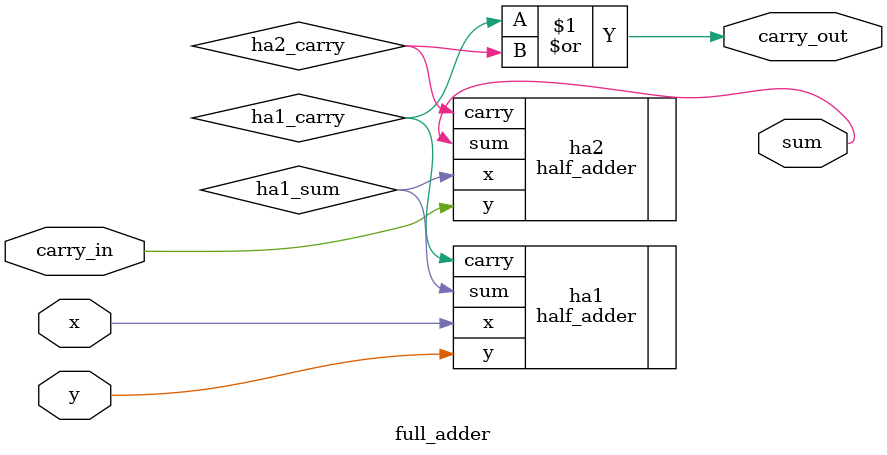
<source format=v>
`timescale 1ns/1ps

module full_adder (
    input wire x,
    input wire y,
    input wire carry_in,
    output wire sum,
    output wire carry_out
);

wire ha1_sum;
wire ha1_carry;
wire ha2_carry;

half_adder ha1 (
    .x(x),
    .y(y),
    .sum(ha1_sum),
    .carry(ha1_carry));

half_adder ha2 (
    .x(ha1_sum),
    .y(carry_in),
    .sum(sum),
    .carry(ha2_carry));

assign carry_out = ha1_carry | ha2_carry;

endmodule
</source>
